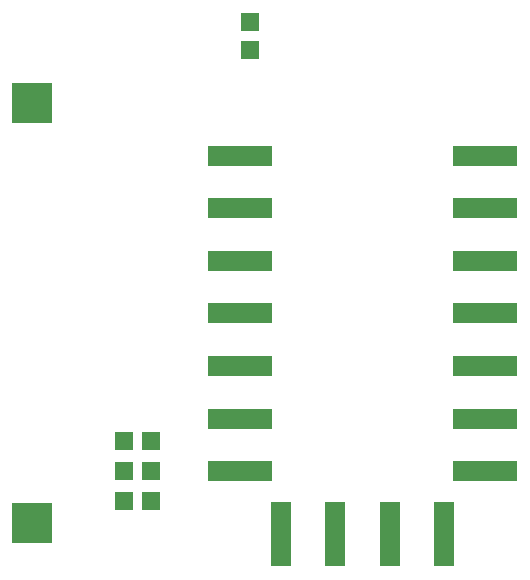
<source format=gtp>
G04 #@! TF.FileFunction,Paste,Top*
%FSLAX46Y46*%
G04 Gerber Fmt 4.6, Leading zero omitted, Abs format (unit mm)*
G04 Created by KiCad (PCBNEW 0.201506232253+5814~23~ubuntu14.04.1-product) date Mon 29 Jun 2015 10:40:57 AM CDT*
%MOMM*%
G01*
G04 APERTURE LIST*
%ADD10C,0.100000*%
%ADD11R,3.350000X3.350000*%
%ADD12R,1.498600X1.498600*%
%ADD13R,5.400000X1.800000*%
%ADD14R,1.800000X5.400000*%
G04 APERTURE END LIST*
D10*
D11*
X116840000Y-127000000D03*
X116840000Y-91440000D03*
D12*
X124579380Y-120015000D03*
X126880620Y-120015000D03*
X126880620Y-125095000D03*
X124579380Y-125095000D03*
X124579380Y-122555000D03*
X126880620Y-122555000D03*
X135255000Y-86875620D03*
X135255000Y-84574380D03*
D13*
X134380000Y-95870000D03*
X134380000Y-100320000D03*
X134380000Y-104770000D03*
X134380000Y-109220000D03*
X134380000Y-113670000D03*
X134380000Y-118120000D03*
X134380000Y-122570000D03*
D14*
X137880000Y-127920000D03*
X142480000Y-127920000D03*
X147080000Y-127920000D03*
X151680000Y-127920000D03*
D13*
X155180000Y-122570000D03*
X155180000Y-118120000D03*
X155180000Y-113670000D03*
X155180000Y-109220000D03*
X155180000Y-104770000D03*
X155180000Y-100320000D03*
X155180000Y-95870000D03*
M02*

</source>
